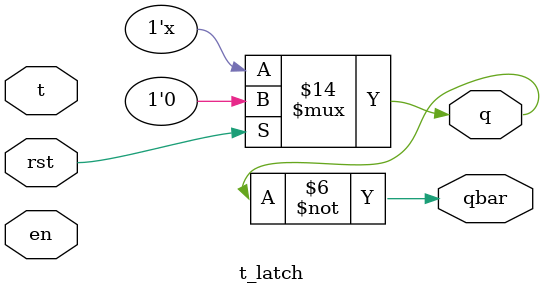
<source format=v>
`timescale 1ns / 1ps


module t_latch(en,rst,t,q,qbar);
input en,rst,t;
output reg q, qbar;
always @ (*)
begin
if (rst)
q <= 1'b0;
else
 if (en==0)
q<=q;
else if(t==0)
q<=q;
else
#1 q<=~q;
end
always@(*)
begin
qbar <= ~q;
end
endmodule

</source>
